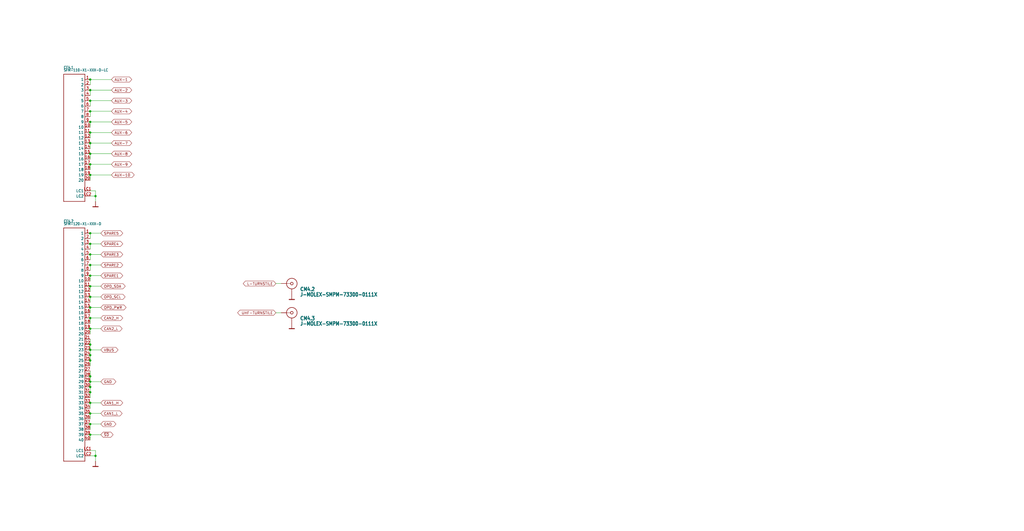
<source format=kicad_sch>
(kicad_sch (version 20211123) (generator eeschema)
  (paper "User" 490.22 254.406)
  (lib_symbols
    (symbol "J-MOLEX-SMPM-73300-0111X_1_1"
      (property "Reference" "CM2.2" (at 3.81 -3.81 0))
      (property "Value" "J-MOLEX-SMPM-73300-0111X_1_1" (at 3.81 -6.35 0))
      (symbol "J-MOLEX-SMPM-73300-0111X_1_1_1_0"
        (polyline (pts (xy -2.54 0) (xy -0.635 0)) (stroke (width 0.1524)))
        (circle (center 0 0) (radius 0.635) (stroke (width 0.254)))
        (circle (center 0 0) (radius 2.54) (stroke (width 0.254)))
        (pin passive line (at 0 -5.08 90) (length 2.54) (name "SHIELD1") (number "GND"))
        (pin passive line (at -5.08 0 0) (length 2.54) (name "RF") (number "RF-DOWN"))
      )
    )
    (symbol "J-MOLEX-SMPM-73300-0111X_1_2"
      (property "Reference" "CM2.2" (at 3.81 -3.81 0))
      (property "Value" "J-MOLEX-SMPM-73300-0111X_1_2" (at 3.81 -6.35 0))
      (symbol "J-MOLEX-SMPM-73300-0111X_1_2_1_0"
        (polyline (pts (xy -2.54 0) (xy -0.635 0)) (stroke (width 0.1524)))
        (circle (center 0 0) (radius 0.635) (stroke (width 0.254)))
        (circle (center 0 0) (radius 2.54) (stroke (width 0.254)))
        (pin passive line (at 0 -5.08 90) (length 2.54) (name "SHIELD1") (number "GND"))
        (pin passive line (at -5.08 0 0) (length 2.54) (name "RF") (number "RF-DOWN"))
      )
    )
    (symbol "oresat-backplane-2u-eagle-import:GND" (power)
      (symbol "GND_1_0"
        (polyline (pts (xy -1.27 -2.54) (xy 1.27 -2.54)) (stroke (width 0.4064)))
        (pin power_in line (at 0 0 270) (length 2.54) (name "GND") (number "1"))
      )
    )
    (symbol "oresat-backplane-2u-eagle-import:SFM-110-X1-XXX-D-LC"
      (property "Reference" "CF" (at -2.54 33.02 0))
      (property "Value" "SFM-110-X1-XXX-D-LC" (at -2.54 31.75 0))
      (symbol "SFM-110-X1-XXX-D-LC_1_0"
        (polyline (pts (xy -2.54 -30.48) (xy -2.54 30.48)) (stroke (width 0.254)))
        (polyline (pts (xy -2.54 30.48) (xy 7.62 30.48)) (stroke (width 0.254)))
        (polyline (pts (xy 7.62 -30.48) (xy -2.54 -30.48)) (stroke (width 0.254)))
        (polyline (pts (xy 7.62 30.48) (xy 7.62 -30.48)) (stroke (width 0.254)))
        (pin passive line (at 10.16 27.94 180) (length 2.54) (name "1") (number "1"))
        (pin passive line (at 10.16 5.08 180) (length 2.54) (name "10") (number "10"))
        (pin passive line (at 10.16 2.54 180) (length 2.54) (name "11") (number "11"))
        (pin passive line (at 10.16 0 180) (length 2.54) (name "12") (number "12"))
        (pin passive line (at 10.16 -2.54 180) (length 2.54) (name "13") (number "13"))
        (pin passive line (at 10.16 -5.08 180) (length 2.54) (name "14") (number "14"))
        (pin passive line (at 10.16 -7.62 180) (length 2.54) (name "15") (number "15"))
        (pin passive line (at 10.16 -10.16 180) (length 2.54) (name "16") (number "16"))
        (pin passive line (at 10.16 -12.7 180) (length 2.54) (name "17") (number "17"))
        (pin passive line (at 10.16 -15.24 180) (length 2.54) (name "18") (number "18"))
        (pin passive line (at 10.16 -17.78 180) (length 2.54) (name "19") (number "19"))
        (pin passive line (at 10.16 25.4 180) (length 2.54) (name "2") (number "2"))
        (pin passive line (at 10.16 -20.32 180) (length 2.54) (name "20") (number "20"))
        (pin passive line (at 10.16 22.86 180) (length 2.54) (name "3") (number "3"))
        (pin passive line (at 10.16 20.32 180) (length 2.54) (name "4") (number "4"))
        (pin passive line (at 10.16 17.78 180) (length 2.54) (name "5") (number "5"))
        (pin passive line (at 10.16 15.24 180) (length 2.54) (name "6") (number "6"))
        (pin passive line (at 10.16 12.7 180) (length 2.54) (name "7") (number "7"))
        (pin passive line (at 10.16 10.16 180) (length 2.54) (name "8") (number "8"))
        (pin passive line (at 10.16 7.62 180) (length 2.54) (name "9") (number "9"))
        (pin passive line (at 10.16 -25.4 180) (length 2.54) (name "LC1") (number "LC1"))
        (pin passive line (at 10.16 -27.94 180) (length 2.54) (name "LC2") (number "LC2"))
      )
    )
    (symbol "oresat-backplane-2u-eagle-import:SFM-120-X1-XXX-D"
      (property "Reference" "J" (at -2.54 50.8 0))
      (property "Value" "SFM-120-X1-XXX-D" (at -2.54 49.53 0))
      (symbol "SFM-120-X1-XXX-D_1_0"
        (polyline (pts (xy -2.54 -63.5) (xy -2.54 48.26)) (stroke (width 0.254)))
        (polyline (pts (xy -2.54 48.26) (xy 7.62 48.26)) (stroke (width 0.254)))
        (polyline (pts (xy 7.62 -63.5) (xy -2.54 -63.5)) (stroke (width 0.254)))
        (polyline (pts (xy 7.62 48.26) (xy 7.62 -63.5)) (stroke (width 0.254)))
        (pin passive line (at 10.16 45.72 180) (length 2.54) (name "1") (number "1"))
        (pin passive line (at 10.16 22.86 180) (length 2.54) (name "10") (number "10"))
        (pin passive line (at 10.16 20.32 180) (length 2.54) (name "11") (number "11"))
        (pin passive line (at 10.16 17.78 180) (length 2.54) (name "12") (number "12"))
        (pin passive line (at 10.16 15.24 180) (length 2.54) (name "13") (number "13"))
        (pin passive line (at 10.16 12.7 180) (length 2.54) (name "14") (number "14"))
        (pin passive line (at 10.16 10.16 180) (length 2.54) (name "15") (number "15"))
        (pin passive line (at 10.16 7.62 180) (length 2.54) (name "16") (number "16"))
        (pin passive line (at 10.16 5.08 180) (length 2.54) (name "17") (number "17"))
        (pin passive line (at 10.16 2.54 180) (length 2.54) (name "18") (number "18"))
        (pin passive line (at 10.16 0 180) (length 2.54) (name "19") (number "19"))
        (pin passive line (at 10.16 43.18 180) (length 2.54) (name "2") (number "2"))
        (pin passive line (at 10.16 -2.54 180) (length 2.54) (name "20") (number "20"))
        (pin passive line (at 10.16 -5.08 180) (length 2.54) (name "21") (number "21"))
        (pin passive line (at 10.16 -7.62 180) (length 2.54) (name "22") (number "22"))
        (pin passive line (at 10.16 -10.16 180) (length 2.54) (name "23") (number "23"))
        (pin passive line (at 10.16 -12.7 180) (length 2.54) (name "24") (number "24"))
        (pin passive line (at 10.16 -15.24 180) (length 2.54) (name "25") (number "25"))
        (pin passive line (at 10.16 -17.78 180) (length 2.54) (name "26") (number "26"))
        (pin passive line (at 10.16 -20.32 180) (length 2.54) (name "27") (number "27"))
        (pin passive line (at 10.16 -22.86 180) (length 2.54) (name "28") (number "28"))
        (pin passive line (at 10.16 -25.4 180) (length 2.54) (name "29") (number "29"))
        (pin passive line (at 10.16 40.64 180) (length 2.54) (name "3") (number "3"))
        (pin passive line (at 10.16 -27.94 180) (length 2.54) (name "30") (number "30"))
        (pin passive line (at 10.16 -30.48 180) (length 2.54) (name "31") (number "31"))
        (pin passive line (at 10.16 -33.02 180) (length 2.54) (name "32") (number "32"))
        (pin passive line (at 10.16 -35.56 180) (length 2.54) (name "33") (number "33"))
        (pin passive line (at 10.16 -38.1 180) (length 2.54) (name "34") (number "34"))
        (pin passive line (at 10.16 -40.64 180) (length 2.54) (name "35") (number "35"))
        (pin passive line (at 10.16 -43.18 180) (length 2.54) (name "36") (number "36"))
        (pin passive line (at 10.16 -45.72 180) (length 2.54) (name "37") (number "37"))
        (pin passive line (at 10.16 -48.26 180) (length 2.54) (name "38") (number "38"))
        (pin passive line (at 10.16 -50.8 180) (length 2.54) (name "39") (number "39"))
        (pin passive line (at 10.16 38.1 180) (length 2.54) (name "4") (number "4"))
        (pin passive line (at 10.16 -53.34 180) (length 2.54) (name "40") (number "40"))
        (pin passive line (at 10.16 35.56 180) (length 2.54) (name "5") (number "5"))
        (pin passive line (at 10.16 33.02 180) (length 2.54) (name "6") (number "6"))
        (pin passive line (at 10.16 30.48 180) (length 2.54) (name "7") (number "7"))
        (pin passive line (at 10.16 27.94 180) (length 2.54) (name "8") (number "8"))
        (pin passive line (at 10.16 25.4 180) (length 2.54) (name "9") (number "9"))
        (pin passive line (at 10.16 -58.42 180) (length 2.54) (name "LC1") (number "LC1"))
        (pin passive line (at 10.16 -60.96 180) (length 2.54) (name "LC2") (number "LC2"))
      )
    )
  )
  (junction (at 45.72 93.98))
  (junction (at 43.18 185.42))
  (junction (at 43.18 48.26))
  (junction (at 43.18 38.1))
  (junction (at 43.18 142.24))
  (junction (at 43.18 127))
  (junction (at 43.18 147.32))
  (junction (at 43.18 182.88))
  (junction (at 43.18 53.34))
  (junction (at 43.18 132.08))
  (junction (at 43.18 203.2))
  (junction (at 43.18 157.48))
  (junction (at 43.18 63.5))
  (junction (at 43.18 180.34))
  (junction (at 43.18 187.96))
  (junction (at 43.18 172.72))
  (junction (at 43.18 193.04))
  (junction (at 43.18 121.92))
  (junction (at 43.18 68.58))
  (junction (at 43.18 208.28))
  (junction (at 45.72 218.44))
  (junction (at 43.18 137.16))
  (junction (at 43.18 43.18))
  (junction (at 43.18 73.66))
  (junction (at 43.18 83.82))
  (junction (at 43.18 58.42))
  (junction (at 43.18 152.4))
  (junction (at 43.18 198.12))
  (junction (at 43.18 111.76))
  (junction (at 43.18 165.1))
  (junction (at 43.18 78.74))
  (junction (at 43.18 170.18))
  (junction (at 43.18 116.84))
  (junction (at 43.18 167.64))
  (wire (pts (xy 43.18 116.84) (xy 43.18 119.38)))
  (wire (pts (xy 43.18 218.44) (xy 45.72 218.44)))
  (wire (pts (xy 43.18 132.08) (xy 43.18 134.62)))
  (wire (pts (xy 43.18 48.26) (xy 53.34 48.26)))
  (wire (pts (xy 43.18 162.56) (xy 43.18 165.1)))
  (wire (pts (xy 43.18 58.42) (xy 43.18 60.96)))
  (wire (pts (xy 43.18 73.66) (xy 53.34 73.66)))
  (wire (pts (xy 45.72 93.98) (xy 43.18 93.98)))
  (wire (pts (xy 43.18 121.92) (xy 48.26 121.92)))
  (wire (pts (xy 43.18 63.5) (xy 53.34 63.5)))
  (wire (pts (xy 43.18 147.32) (xy 43.18 149.86)))
  (wire (pts (xy 43.18 38.1) (xy 53.34 38.1)))
  (wire (pts (xy 48.26 167.64) (xy 43.18 167.64)))
  (wire (pts (xy 43.18 111.76) (xy 43.18 114.3)))
  (wire (pts (xy 43.18 78.74) (xy 43.18 81.28)))
  (wire (pts (xy 43.18 208.28) (xy 43.18 210.82)))
  (wire (pts (xy 43.18 215.9) (xy 45.72 215.9)))
  (wire (pts (xy 48.26 157.48) (xy 43.18 157.48)))
  (wire (pts (xy 48.26 208.28) (xy 43.18 208.28)))
  (wire (pts (xy 43.18 43.18) (xy 43.18 45.72)))
  (wire (pts (xy 45.72 215.9) (xy 45.72 218.44)))
  (wire (pts (xy 45.72 218.44) (xy 45.72 220.98)))
  (wire (pts (xy 43.18 165.1) (xy 43.18 167.64)))
  (wire (pts (xy 134.62 135.89) (xy 132.08 135.89)))
  (wire (pts (xy 43.18 193.04) (xy 43.18 195.58)))
  (wire (pts (xy 43.18 144.78) (xy 43.18 142.24)))
  (wire (pts (xy 43.18 167.64) (xy 43.18 170.18)))
  (wire (pts (xy 48.26 132.08) (xy 43.18 132.08)))
  (wire (pts (xy 43.18 53.34) (xy 53.34 53.34)))
  (wire (pts (xy 43.18 83.82) (xy 43.18 86.36)))
  (wire (pts (xy 43.18 116.84) (xy 48.26 116.84)))
  (wire (pts (xy 45.72 96.52) (xy 45.72 93.98)))
  (wire (pts (xy 43.18 121.92) (xy 43.18 124.46)))
  (wire (pts (xy 43.18 63.5) (xy 43.18 66.04)))
  (wire (pts (xy 134.62 149.86) (xy 132.08 149.86)))
  (wire (pts (xy 43.18 68.58) (xy 53.34 68.58)))
  (wire (pts (xy 43.18 73.66) (xy 43.18 76.2)))
  (wire (pts (xy 43.18 68.58) (xy 43.18 71.12)))
  (wire (pts (xy 48.26 152.4) (xy 43.18 152.4)))
  (wire (pts (xy 43.18 38.1) (xy 43.18 40.64)))
  (wire (pts (xy 43.18 139.7) (xy 43.18 137.16)))
  (wire (pts (xy 43.18 83.82) (xy 53.34 83.82)))
  (wire (pts (xy 48.26 203.2) (xy 43.18 203.2)))
  (wire (pts (xy 43.18 152.4) (xy 43.18 154.94)))
  (wire (pts (xy 43.18 48.26) (xy 43.18 50.8)))
  (wire (pts (xy 43.18 172.72) (xy 43.18 175.26)))
  (wire (pts (xy 43.18 185.42) (xy 43.18 187.96)))
  (wire (pts (xy 43.18 58.42) (xy 53.34 58.42)))
  (wire (pts (xy 48.26 142.24) (xy 43.18 142.24)))
  (wire (pts (xy 48.26 198.12) (xy 43.18 198.12)))
  (wire (pts (xy 43.18 170.18) (xy 43.18 172.72)))
  (wire (pts (xy 48.26 127) (xy 43.18 127)))
  (wire (pts (xy 48.26 182.88) (xy 43.18 182.88)))
  (wire (pts (xy 45.72 91.44) (xy 43.18 91.44)))
  (wire (pts (xy 48.26 193.04) (xy 43.18 193.04)))
  (wire (pts (xy 43.18 180.34) (xy 43.18 182.88)))
  (wire (pts (xy 43.18 137.16) (xy 48.26 137.16)))
  (wire (pts (xy 43.18 182.88) (xy 43.18 185.42)))
  (wire (pts (xy 43.18 157.48) (xy 43.18 160.02)))
  (wire (pts (xy 43.18 187.96) (xy 43.18 190.5)))
  (wire (pts (xy 43.18 78.74) (xy 53.34 78.74)))
  (wire (pts (xy 43.18 198.12) (xy 43.18 200.66)))
  (wire (pts (xy 43.18 53.34) (xy 43.18 55.88)))
  (wire (pts (xy 43.18 203.2) (xy 43.18 205.74)))
  (wire (pts (xy 43.18 111.76) (xy 48.26 111.76)))
  (wire (pts (xy 48.26 147.32) (xy 43.18 147.32)))
  (wire (pts (xy 45.72 93.98) (xy 45.72 91.44)))
  (wire (pts (xy 43.18 177.8) (xy 43.18 180.34)))
  (wire (pts (xy 43.18 127) (xy 43.18 129.54)))
  (wire (pts (xy 43.18 43.18) (xy 53.34 43.18)))
  (global_label "SPARE3" (shape bidirectional) (at 48.26 121.92 0) (effects (font (size 1.2446 1.2446))) (property "Intersheet References" "${INTERSHEET_REFS}" (effects hide)))
  (global_label "AUX-3" (shape bidirectional) (at 53.34 48.26 0) (effects (font (size 1.2446 1.2446))) (property "Intersheet References" "${INTERSHEET_REFS}" (effects hide)))
  (global_label "AUX-10" (shape bidirectional) (at 53.34 83.82 0) (effects (font (size 1.2446 1.2446))) (property "Intersheet References" "${INTERSHEET_REFS}" (effects hide)))
  (global_label "UHF-TURNSTILE" (shape bidirectional) (at 132.08 149.86 180) (effects (font (size 1.2446 1.2446))) (property "Intersheet References" "${INTERSHEET_REFS}" (effects hide)))
  (global_label "AUX-2" (shape bidirectional) (at 53.34 43.18 0) (effects (font (size 1.2446 1.2446))) (property "Intersheet References" "${INTERSHEET_REFS}" (effects hide)))
  (global_label "AUX-6" (shape bidirectional) (at 53.34 63.5 0) (effects (font (size 1.2446 1.2446))) (property "Intersheet References" "${INTERSHEET_REFS}" (effects hide)))
  (global_label "GND" (shape bidirectional) (at 48.26 203.2 0) (effects (font (size 1.2446 1.2446))) (property "Intersheet References" "${INTERSHEET_REFS}" (effects hide)))
  (global_label "AUX-9" (shape bidirectional) (at 53.34 78.74 0) (effects (font (size 1.2446 1.2446))) (property "Intersheet References" "${INTERSHEET_REFS}" (effects hide)))
  (global_label "VBUS" (shape bidirectional) (at 48.26 167.64 0) (effects (font (size 1.2446 1.2446))) (property "Intersheet References" "${INTERSHEET_REFS}" (effects hide)))
  (global_label "AUX-8" (shape bidirectional) (at 53.34 73.66 0) (effects (font (size 1.2446 1.2446))) (property "Intersheet References" "${INTERSHEET_REFS}" (effects hide)))
  (global_label "GND" (shape bidirectional) (at 48.26 182.88 0) (effects (font (size 1.2446 1.2446))) (property "Intersheet References" "${INTERSHEET_REFS}" (effects hide)))
  (global_label "SPARE4" (shape bidirectional) (at 48.26 116.84 0) (effects (font (size 1.2446 1.2446))) (property "Intersheet References" "${INTERSHEET_REFS}" (effects hide)))
  (global_label "OPD_SCL" (shape bidirectional) (at 48.26 142.24 0) (effects (font (size 1.2446 1.2446))) (property "Intersheet References" "${INTERSHEET_REFS}" (effects hide)))
  (global_label "OPD_SDA" (shape bidirectional) (at 48.26 137.16 0) (effects (font (size 1.2446 1.2446))) (property "Intersheet References" "${INTERSHEET_REFS}" (effects hide)))
  (global_label "CAN1_H" (shape bidirectional) (at 48.26 193.04 0) (effects (font (size 1.2446 1.2446))) (property "Intersheet References" "${INTERSHEET_REFS}" (effects hide)))
  (global_label "SPARE5" (shape bidirectional) (at 48.26 111.76 0) (effects (font (size 1.2446 1.2446))) (property "Intersheet References" "${INTERSHEET_REFS}" (effects hide)))
  (global_label "AUX-7" (shape bidirectional) (at 53.34 68.58 0) (effects (font (size 1.2446 1.2446))) (property "Intersheet References" "${INTERSHEET_REFS}" (effects hide)))
  (global_label "SPARE1" (shape bidirectional) (at 48.26 132.08 0) (effects (font (size 1.2446 1.2446))) (property "Intersheet References" "${INTERSHEET_REFS}" (effects hide)))
  (global_label "CAN2_H" (shape bidirectional) (at 48.26 152.4 0) (effects (font (size 1.2446 1.2446))) (property "Intersheet References" "${INTERSHEET_REFS}" (effects hide)))
  (global_label "AUX-1" (shape bidirectional) (at 53.34 38.1 0) (effects (font (size 1.2446 1.2446))) (property "Intersheet References" "${INTERSHEET_REFS}" (effects hide)))
  (global_label "OPD_PWR" (shape bidirectional) (at 48.26 147.32 0) (effects (font (size 1.2446 1.2446))) (property "Intersheet References" "${INTERSHEET_REFS}" (effects hide)))
  (global_label "AUX-4" (shape bidirectional) (at 53.34 53.34 0) (effects (font (size 1.2446 1.2446))) (property "Intersheet References" "${INTERSHEET_REFS}" (effects hide)))
  (global_label "L-TURNSTILE" (shape bidirectional) (at 132.08 135.89 180) (effects (font (size 1.2446 1.2446))) (property "Intersheet References" "${INTERSHEET_REFS}" (effects hide)))
  (global_label "SPARE2" (shape bidirectional) (at 48.26 127 0) (effects (font (size 1.2446 1.2446))) (property "Intersheet References" "${INTERSHEET_REFS}" (effects hide)))
  (global_label "~{SD}" (shape bidirectional) (at 48.26 208.28 0) (effects (font (size 1.2446 1.2446))) (property "Intersheet References" "${INTERSHEET_REFS}" (effects hide)))
  (global_label "CAN1_L" (shape bidirectional) (at 48.26 198.12 0) (effects (font (size 1.2446 1.2446))) (property "Intersheet References" "${INTERSHEET_REFS}" (effects hide)))
  (global_label "CAN2_L" (shape bidirectional) (at 48.26 157.48 0) (effects (font (size 1.2446 1.2446))) (property "Intersheet References" "${INTERSHEET_REFS}" (effects hide)))
  (global_label "AUX-5" (shape bidirectional) (at 53.34 58.42 0) (effects (font (size 1.2446 1.2446))) (property "Intersheet References" "${INTERSHEET_REFS}" (effects hide)))
  (symbol (lib_id "oresat-backplane-2u-eagle-import:SFM-110-X1-XXX-D-LC") (at 33.02 66.04 0) (unit 1)
    (property "Reference" "CF4.1" (at 30.48 33.02 0) (effects (font (size 1.27 1.0795)) (justify left bottom)))
    (property "Value" "SFM-110-X1-XXX-D-LC" (at 30.48 34.29 0) (effects (font (size 1.27 1.0795)) (justify left bottom)))
    (property "Footprint" "oresat-backplane-2u:SFM-110-X1-XXX-D-LC" (effects hide))
  )
  (symbol (lib_id "oresat-backplane-2u-eagle-import:GND") (at 139.7 154.94 0) (unit 1)
    (property "Reference" "#GND0105" (effects hide))
    (property "Value" "GND" (effects hide))
    (property "Footprint" "oresat-backplane-2u:" (effects hide))
  )
  (symbol (lib_name "J-MOLEX-SMPM-73300-0111X_1_1") (lib_id "oresat-symbols:J-MOLEX-SMPM-73300-0111X_1") (at 139.7 149.86 0) (unit 1)
    (property "Reference" "CM4.3" (at 143.51 153.67 0) (effects (font (size 1.778 1.5113) bold) (justify left bottom)))
    (property "Value" "J-MOLEX-SMPM-73300-0111X" (at 143.51 156.21 0) (effects (font (size 1.778 1.5113) bold) (justify left bottom)))
    (property "Footprint" "oresat-footprints:J-MOLEX-SMPM-73300-0111X-long" (effects hide))
  )
  (symbol (lib_id "oresat-backplane-2u-eagle-import:SFM-120-X1-XXX-D") (at 33.02 157.48 0) (unit 1)
    (property "Reference" "CF4.2" (at 30.48 106.68 0) (effects (font (size 1.27 1.0795)) (justify left bottom)))
    (property "Value" "SFM-120-X1-XXX-D" (at 30.48 107.95 0) (effects (font (size 1.27 1.0795)) (justify left bottom)))
    (property "Footprint" "oresat-backplane-2u:SFM-120-X1-XXX-D" (effects hide))
  )
  (symbol (lib_id "oresat-backplane-2u-eagle-import:GND") (at 139.7 140.97 0) (unit 1)
    (property "Reference" "#GND0104" (effects hide))
    (property "Value" "GND" (effects hide))
    (property "Footprint" "oresat-backplane-2u:" (effects hide))
  )
  (symbol (lib_name "J-MOLEX-SMPM-73300-0111X_1_2") (lib_id "oresat-symbols:J-MOLEX-SMPM-73300-0111X_1") (at 139.7 135.89 0) (unit 1)
    (property "Reference" "CM4.2" (at 143.51 139.7 0) (effects (font (size 1.778 1.5113) bold) (justify left bottom)))
    (property "Value" "J-MOLEX-SMPM-73300-0111X" (at 143.51 142.24 0) (effects (font (size 1.778 1.5113) bold) (justify left bottom)))
    (property "Footprint" "oresat-footprints:J-MOLEX-SMPM-73300-0111X-long" (effects hide))
  )
  (symbol (lib_id "oresat-backplane-2u-eagle-import:GND") (at 45.72 220.98 0) (unit 1)
    (property "Reference" "#GND097" (effects hide))
    (property "Value" "GND" (effects hide))
    (property "Footprint" "oresat-backplane-2u:" (effects hide))
  )
  (symbol (lib_id "oresat-backplane-2u-eagle-import:GND") (at 45.72 96.52 0) (unit 1)
    (property "Reference" "#GND0101" (effects hide))
    (property "Value" "GND" (effects hide))
    (property "Footprint" "oresat-backplane-2u:" (effects hide))
  )
)
</source>
